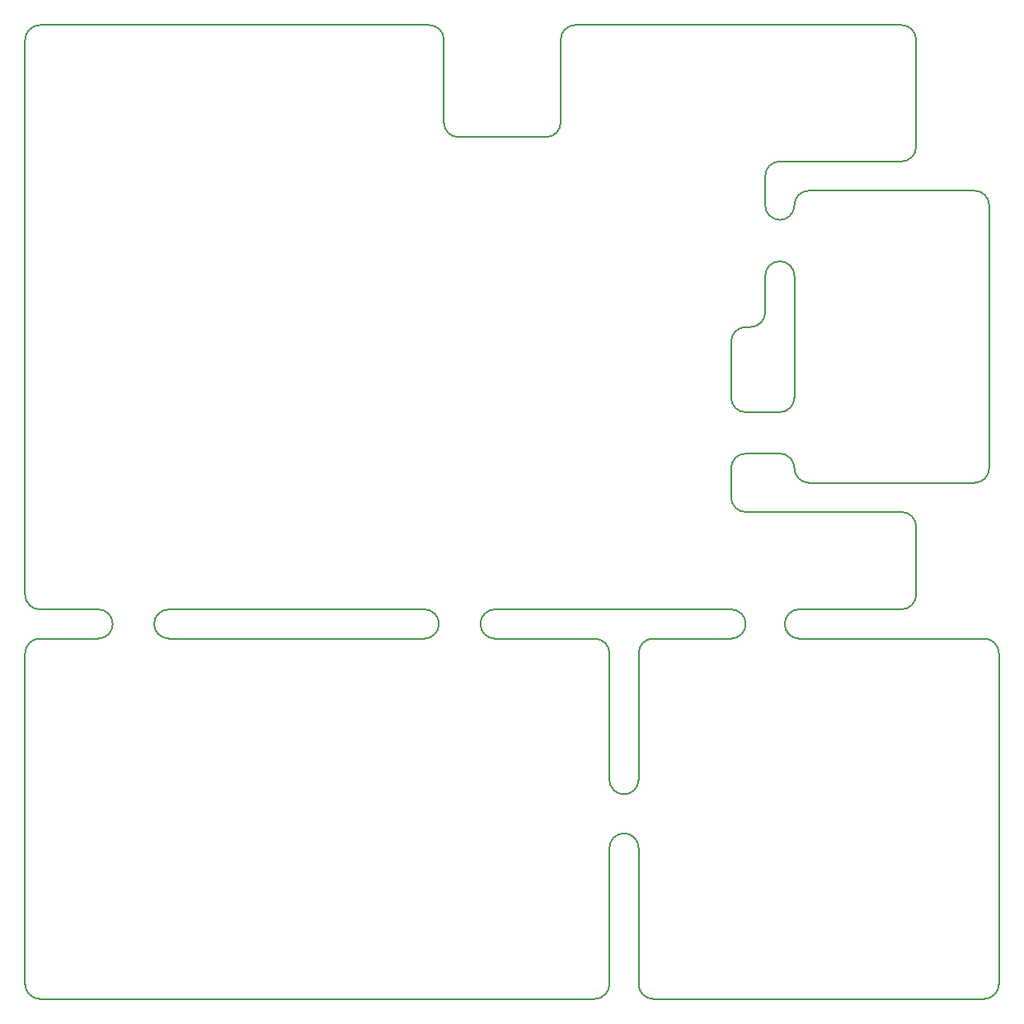
<source format=gm1>
G04 #@! TF.FileFunction,Profile,NP*
%FSLAX46Y46*%
G04 Gerber Fmt 4.6, Leading zero omitted, Abs format (unit mm)*
G04 Created by KiCad (PCBNEW 4.0.2+dfsg1-stable) date Mo 06 Feb 2017 08:22:36 CET*
%MOMM*%
G01*
G04 APERTURE LIST*
%ADD10C,0.100000*%
%ADD11C,0.150000*%
G04 APERTURE END LIST*
D10*
D11*
X176000000Y-58500000D02*
X176000000Y-55500000D01*
X176000000Y-69500000D02*
X176000000Y-65750000D01*
X179000000Y-65750000D02*
X179000000Y-78250000D01*
X176000000Y-58500000D02*
G75*
G03X177500000Y-60000000I1500000J0D01*
G01*
X179000000Y-65750000D02*
G75*
G03X177500000Y-64250000I-1500000J0D01*
G01*
X177500000Y-64250000D02*
G75*
G03X176000000Y-65750000I0J-1500000D01*
G01*
X172500000Y-78250000D02*
X172500000Y-72500000D01*
X177500000Y-79750000D02*
X174000000Y-79750000D01*
X174000000Y-84000000D02*
X177500000Y-84000000D01*
X172500000Y-88500000D02*
X172500000Y-85500000D01*
X172500000Y-78250000D02*
G75*
G03X174000000Y-79750000I1500000J0D01*
G01*
X177500000Y-79750000D02*
G75*
G03X179000000Y-78250000I0J1500000D01*
G01*
X174000000Y-84000000D02*
G75*
G03X172500000Y-85500000I0J-1500000D01*
G01*
X179000000Y-85500000D02*
G75*
G03X177500000Y-84000000I-1500000J0D01*
G01*
X177500000Y-60000000D02*
G75*
G03X179000000Y-58500000I0J1500000D01*
G01*
X199000000Y-58500000D02*
X199000000Y-85500000D01*
X180500000Y-57000000D02*
X197500000Y-57000000D01*
X180500000Y-87000000D02*
X197500000Y-87000000D01*
X179000000Y-85500000D02*
G75*
G03X180500000Y-87000000I1500000J0D01*
G01*
X197500000Y-87000000D02*
G75*
G03X199000000Y-85500000I0J1500000D01*
G01*
X199000000Y-58500000D02*
G75*
G03X197500000Y-57000000I-1500000J0D01*
G01*
X180500000Y-57000000D02*
G75*
G03X179000000Y-58500000I0J-1500000D01*
G01*
X148250000Y-100000000D02*
X172500000Y-100000000D01*
X141000000Y-100000000D02*
X114750000Y-100000000D01*
X114750000Y-103000000D02*
X141000000Y-103000000D01*
X142500000Y-101500000D02*
G75*
G03X141000000Y-100000000I-1500000J0D01*
G01*
X141000000Y-103000000D02*
G75*
G03X142500000Y-101500000I0J1500000D01*
G01*
X101500000Y-100000000D02*
X107500000Y-100000000D01*
X101500000Y-103000000D02*
X107500000Y-103000000D01*
X148250000Y-100000000D02*
G75*
G03X146750000Y-101500000I0J-1500000D01*
G01*
X148250000Y-103000000D02*
X158500000Y-103000000D01*
X146750000Y-101500000D02*
G75*
G03X148250000Y-103000000I1500000J0D01*
G01*
X174000000Y-90000000D02*
X190000000Y-90000000D01*
X177500000Y-54000000D02*
X190000000Y-54000000D01*
X174000000Y-71000000D02*
X174500000Y-71000000D01*
X174500000Y-71000000D02*
G75*
G03X176000000Y-69500000I0J1500000D01*
G01*
X174000000Y-71000000D02*
G75*
G03X172500000Y-72500000I0J-1500000D01*
G01*
X161500000Y-119000000D02*
G75*
G03X163000000Y-117500000I0J1500000D01*
G01*
X163000000Y-124500000D02*
G75*
G03X161500000Y-123000000I-1500000J0D01*
G01*
X163000000Y-124500000D02*
X163000000Y-138500000D01*
X163000000Y-104500000D02*
X163000000Y-117500000D01*
X160000000Y-124500000D02*
X160000000Y-138500000D01*
X160000000Y-104500000D02*
X160000000Y-117500000D01*
X161500000Y-123000000D02*
G75*
G03X160000000Y-124500000I0J-1500000D01*
G01*
X160000000Y-117500000D02*
G75*
G03X161500000Y-119000000I1500000J0D01*
G01*
X164500000Y-103000000D02*
X172500000Y-103000000D01*
X164500000Y-140000000D02*
X198500000Y-140000000D01*
X163000000Y-138500000D02*
G75*
G03X164500000Y-140000000I1500000J0D01*
G01*
X158500000Y-140000000D02*
G75*
G03X160000000Y-138500000I0J1500000D01*
G01*
X164500000Y-103000000D02*
G75*
G03X163000000Y-104500000I0J-1500000D01*
G01*
X160000000Y-104500000D02*
G75*
G03X158500000Y-103000000I-1500000J0D01*
G01*
X113250000Y-101500000D02*
G75*
G03X114750000Y-103000000I1500000J0D01*
G01*
X114750000Y-100000000D02*
G75*
G03X113250000Y-101500000I0J-1500000D01*
G01*
X174000000Y-101500000D02*
G75*
G03X172500000Y-100000000I-1500000J0D01*
G01*
X172500000Y-103000000D02*
G75*
G03X174000000Y-101500000I0J1500000D01*
G01*
X178000000Y-101500000D02*
G75*
G03X179500000Y-103000000I1500000J0D01*
G01*
X179500000Y-100000000D02*
G75*
G03X178000000Y-101500000I0J-1500000D01*
G01*
X190000000Y-100000000D02*
X179500000Y-100000000D01*
X198500000Y-103000000D02*
X179500000Y-103000000D01*
X107500000Y-103000000D02*
G75*
G03X109000000Y-101500000I0J1500000D01*
G01*
X109000000Y-101500000D02*
G75*
G03X107500000Y-100000000I-1500000J0D01*
G01*
X198500000Y-140000000D02*
G75*
G03X200000000Y-138500000I0J1500000D01*
G01*
X200000000Y-104500000D02*
G75*
G03X198500000Y-103000000I-1500000J0D01*
G01*
X101500000Y-103000000D02*
G75*
G03X100000000Y-104500000I0J-1500000D01*
G01*
X100000000Y-138500000D02*
G75*
G03X101500000Y-140000000I1500000J0D01*
G01*
X100000000Y-104500000D02*
X100000000Y-138500000D01*
X200000000Y-104500000D02*
X200000000Y-138500000D01*
X101500000Y-140000000D02*
X158500000Y-140000000D01*
X191500000Y-91500000D02*
G75*
G03X190000000Y-90000000I-1500000J0D01*
G01*
X172500000Y-88500000D02*
G75*
G03X174000000Y-90000000I1500000J0D01*
G01*
X177500000Y-54000000D02*
G75*
G03X176000000Y-55500000I0J-1500000D01*
G01*
X190000000Y-54000000D02*
G75*
G03X191500000Y-52500000I0J1500000D01*
G01*
X191500000Y-41500000D02*
X191500000Y-52500000D01*
X143000000Y-41500000D02*
G75*
G03X141500000Y-40000000I-1500000J0D01*
G01*
X156500000Y-40000000D02*
G75*
G03X155000000Y-41500000I0J-1500000D01*
G01*
X153500000Y-51500000D02*
G75*
G03X155000000Y-50000000I0J1500000D01*
G01*
X143000000Y-50000000D02*
G75*
G03X144500000Y-51500000I1500000J0D01*
G01*
X144500000Y-51500000D02*
X153500000Y-51500000D01*
X143000000Y-41500000D02*
X143000000Y-50000000D01*
X155000000Y-41500000D02*
X155000000Y-50000000D01*
X190000000Y-40000000D02*
X156500000Y-40000000D01*
X100000000Y-41500000D02*
X100000000Y-98500000D01*
X191500000Y-91500000D02*
X191500000Y-98500000D01*
X191500000Y-41500000D02*
G75*
G03X190000000Y-40000000I-1500000J0D01*
G01*
X190000000Y-100000000D02*
G75*
G03X191500000Y-98500000I0J1500000D01*
G01*
X100000000Y-98500000D02*
G75*
G03X101500000Y-100000000I1500000J0D01*
G01*
X101500000Y-40000000D02*
G75*
G03X100000000Y-41500000I0J-1500000D01*
G01*
X101500000Y-40000000D02*
X141500000Y-40000000D01*
M02*

</source>
